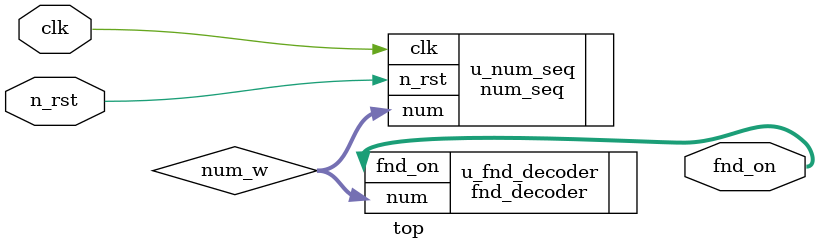
<source format=v>
module top(clk, n_rst, fnd_on);

input	clk;
input	n_rst;

output	[6:0]	fnd_on;

wire	[3:0]		num_w;


num_seq u_num_seq(
	.clk(clk),
	.n_rst(n_rst),
	.num(num_w)
);

fnd_decoder u_fnd_decoder(
	.num(num_w),
	.fnd_on(fnd_on)
);

endmodule

</source>
